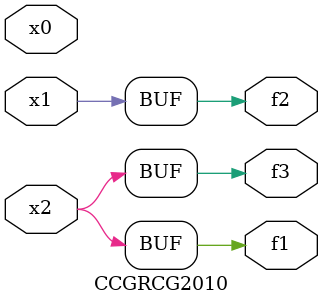
<source format=v>
module CCGRCG2010(
	input x0, x1, x2,
	output f1, f2, f3
);
	assign f1 = x2;
	assign f2 = x1;
	assign f3 = x2;
endmodule

</source>
